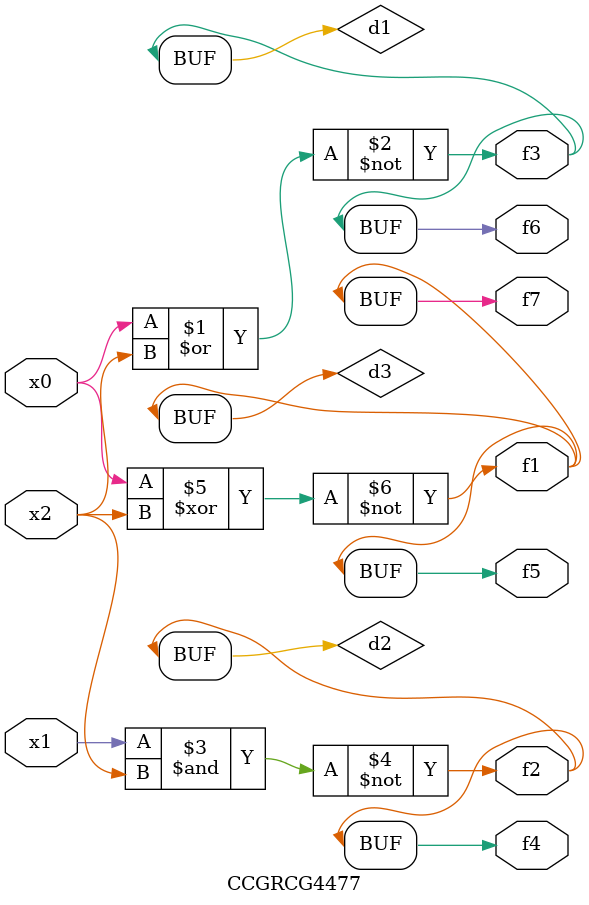
<source format=v>
module CCGRCG4477(
	input x0, x1, x2,
	output f1, f2, f3, f4, f5, f6, f7
);

	wire d1, d2, d3;

	nor (d1, x0, x2);
	nand (d2, x1, x2);
	xnor (d3, x0, x2);
	assign f1 = d3;
	assign f2 = d2;
	assign f3 = d1;
	assign f4 = d2;
	assign f5 = d3;
	assign f6 = d1;
	assign f7 = d3;
endmodule

</source>
